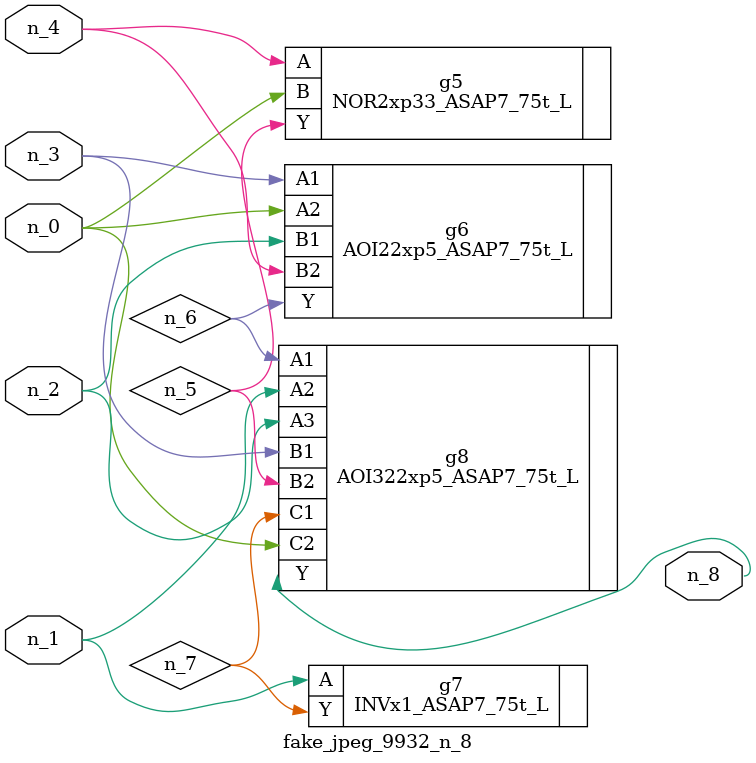
<source format=v>
module fake_jpeg_9932_n_8 (n_3, n_2, n_1, n_0, n_4, n_8);

input n_3;
input n_2;
input n_1;
input n_0;
input n_4;

output n_8;

wire n_6;
wire n_5;
wire n_7;

NOR2xp33_ASAP7_75t_L g5 ( 
.A(n_4),
.B(n_0),
.Y(n_5)
);

AOI22xp5_ASAP7_75t_L g6 ( 
.A1(n_3),
.A2(n_0),
.B1(n_2),
.B2(n_4),
.Y(n_6)
);

INVx1_ASAP7_75t_L g7 ( 
.A(n_1),
.Y(n_7)
);

AOI322xp5_ASAP7_75t_L g8 ( 
.A1(n_6),
.A2(n_1),
.A3(n_2),
.B1(n_3),
.B2(n_5),
.C1(n_7),
.C2(n_0),
.Y(n_8)
);


endmodule
</source>
